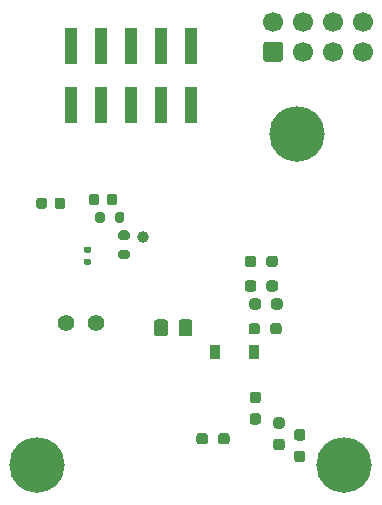
<source format=gbr>
%TF.GenerationSoftware,KiCad,Pcbnew,5.1.12-1.fc35*%
%TF.CreationDate,2022-01-08T17:43:18+00:00*%
%TF.ProjectId,cryosub_power_converter_top_v03,6372796f-7375-4625-9f70-6f7765725f63,rev?*%
%TF.SameCoordinates,Original*%
%TF.FileFunction,Soldermask,Bot*%
%TF.FilePolarity,Negative*%
%FSLAX45Y45*%
G04 Gerber Fmt 4.5, Leading zero omitted, Abs format (unit mm)*
G04 Created by KiCad (PCBNEW 5.1.12-1.fc35) date 2022-01-08 17:43:18*
%MOMM*%
%LPD*%
G01*
G04 APERTURE LIST*
%ADD10C,1.700000*%
%ADD11C,4.700000*%
%ADD12C,1.400000*%
%ADD13C,1.000000*%
%ADD14R,0.900000X1.200000*%
%ADD15R,1.000000X3.150000*%
G04 APERTURE END LIST*
D10*
%TO.C,J1*%
X13162000Y-10346000D03*
X12908000Y-10346000D03*
X12654000Y-10346000D03*
X12400000Y-10346000D03*
X13162000Y-10600000D03*
X12908000Y-10600000D03*
X12654000Y-10600000D03*
G36*
G01*
X12460000Y-10685000D02*
X12340000Y-10685000D01*
G75*
G02*
X12315000Y-10660000I0J25000D01*
G01*
X12315000Y-10540000D01*
G75*
G02*
X12340000Y-10515000I25000J0D01*
G01*
X12460000Y-10515000D01*
G75*
G02*
X12485000Y-10540000I0J-25000D01*
G01*
X12485000Y-10660000D01*
G75*
G02*
X12460000Y-10685000I-25000J0D01*
G01*
G37*
%TD*%
D11*
%TO.C,H3*%
X13000000Y-14100000D03*
%TD*%
%TO.C,H2*%
X12600000Y-11300000D03*
%TD*%
%TO.C,H1*%
X10400000Y-14100000D03*
%TD*%
D12*
%TO.C,TP2*%
X10900000Y-12900000D03*
X10646000Y-12900000D03*
%TD*%
%TO.C,R13*%
G36*
G01*
X10809000Y-12350500D02*
X10846000Y-12350500D01*
G75*
G02*
X10859500Y-12364000I0J-13500D01*
G01*
X10859500Y-12391000D01*
G75*
G02*
X10846000Y-12404500I-13500J0D01*
G01*
X10809000Y-12404500D01*
G75*
G02*
X10795500Y-12391000I0J13500D01*
G01*
X10795500Y-12364000D01*
G75*
G02*
X10809000Y-12350500I13500J0D01*
G01*
G37*
G36*
G01*
X10809000Y-12248500D02*
X10846000Y-12248500D01*
G75*
G02*
X10859500Y-12262000I0J-13500D01*
G01*
X10859500Y-12289000D01*
G75*
G02*
X10846000Y-12302500I-13500J0D01*
G01*
X10809000Y-12302500D01*
G75*
G02*
X10795500Y-12289000I0J13500D01*
G01*
X10795500Y-12262000D01*
G75*
G02*
X10809000Y-12248500I13500J0D01*
G01*
G37*
%TD*%
D13*
%TO.C,TP1*%
X11302500Y-12165000D03*
%TD*%
%TO.C,R12*%
G36*
G01*
X12375000Y-12968750D02*
X12375000Y-12921250D01*
G75*
G02*
X12398750Y-12897500I23750J0D01*
G01*
X12448750Y-12897500D01*
G75*
G02*
X12472500Y-12921250I0J-23750D01*
G01*
X12472500Y-12968750D01*
G75*
G02*
X12448750Y-12992500I-23750J0D01*
G01*
X12398750Y-12992500D01*
G75*
G02*
X12375000Y-12968750I0J23750D01*
G01*
G37*
G36*
G01*
X12192500Y-12968750D02*
X12192500Y-12921250D01*
G75*
G02*
X12216250Y-12897500I23750J0D01*
G01*
X12266250Y-12897500D01*
G75*
G02*
X12290000Y-12921250I0J-23750D01*
G01*
X12290000Y-12968750D01*
G75*
G02*
X12266250Y-12992500I-23750J0D01*
G01*
X12216250Y-12992500D01*
G75*
G02*
X12192500Y-12968750I0J23750D01*
G01*
G37*
%TD*%
%TO.C,R11*%
G36*
G01*
X12297500Y-12711250D02*
X12297500Y-12758750D01*
G75*
G02*
X12273750Y-12782500I-23750J0D01*
G01*
X12223750Y-12782500D01*
G75*
G02*
X12200000Y-12758750I0J23750D01*
G01*
X12200000Y-12711250D01*
G75*
G02*
X12223750Y-12687500I23750J0D01*
G01*
X12273750Y-12687500D01*
G75*
G02*
X12297500Y-12711250I0J-23750D01*
G01*
G37*
G36*
G01*
X12480000Y-12711250D02*
X12480000Y-12758750D01*
G75*
G02*
X12456250Y-12782500I-23750J0D01*
G01*
X12406250Y-12782500D01*
G75*
G02*
X12382500Y-12758750I0J23750D01*
G01*
X12382500Y-12711250D01*
G75*
G02*
X12406250Y-12687500I23750J0D01*
G01*
X12456250Y-12687500D01*
G75*
G02*
X12480000Y-12711250I0J-23750D01*
G01*
G37*
%TD*%
%TO.C,R19*%
G36*
G01*
X12342500Y-12398750D02*
X12342500Y-12351250D01*
G75*
G02*
X12366250Y-12327500I23750J0D01*
G01*
X12416250Y-12327500D01*
G75*
G02*
X12440000Y-12351250I0J-23750D01*
G01*
X12440000Y-12398750D01*
G75*
G02*
X12416250Y-12422500I-23750J0D01*
G01*
X12366250Y-12422500D01*
G75*
G02*
X12342500Y-12398750I0J23750D01*
G01*
G37*
G36*
G01*
X12160000Y-12398750D02*
X12160000Y-12351250D01*
G75*
G02*
X12183750Y-12327500I23750J0D01*
G01*
X12233750Y-12327500D01*
G75*
G02*
X12257500Y-12351250I0J-23750D01*
G01*
X12257500Y-12398750D01*
G75*
G02*
X12233750Y-12422500I-23750J0D01*
G01*
X12183750Y-12422500D01*
G75*
G02*
X12160000Y-12398750I0J23750D01*
G01*
G37*
%TD*%
%TO.C,R18*%
G36*
G01*
X12257500Y-12558750D02*
X12257500Y-12606250D01*
G75*
G02*
X12233750Y-12630000I-23750J0D01*
G01*
X12183750Y-12630000D01*
G75*
G02*
X12160000Y-12606250I0J23750D01*
G01*
X12160000Y-12558750D01*
G75*
G02*
X12183750Y-12535000I23750J0D01*
G01*
X12233750Y-12535000D01*
G75*
G02*
X12257500Y-12558750I0J-23750D01*
G01*
G37*
G36*
G01*
X12440000Y-12558750D02*
X12440000Y-12606250D01*
G75*
G02*
X12416250Y-12630000I-23750J0D01*
G01*
X12366250Y-12630000D01*
G75*
G02*
X12342500Y-12606250I0J23750D01*
G01*
X12342500Y-12558750D01*
G75*
G02*
X12366250Y-12535000I23750J0D01*
G01*
X12416250Y-12535000D01*
G75*
G02*
X12440000Y-12558750I0J-23750D01*
G01*
G37*
%TD*%
%TO.C,R17*%
G36*
G01*
X11060000Y-12030000D02*
X11060000Y-11975000D01*
G75*
G02*
X11080000Y-11955000I20000J0D01*
G01*
X11120000Y-11955000D01*
G75*
G02*
X11140000Y-11975000I0J-20000D01*
G01*
X11140000Y-12030000D01*
G75*
G02*
X11120000Y-12050000I-20000J0D01*
G01*
X11080000Y-12050000D01*
G75*
G02*
X11060000Y-12030000I0J20000D01*
G01*
G37*
G36*
G01*
X10895000Y-12030000D02*
X10895000Y-11975000D01*
G75*
G02*
X10915000Y-11955000I20000J0D01*
G01*
X10955000Y-11955000D01*
G75*
G02*
X10975000Y-11975000I0J-20000D01*
G01*
X10975000Y-12030000D01*
G75*
G02*
X10955000Y-12050000I-20000J0D01*
G01*
X10915000Y-12050000D01*
G75*
G02*
X10895000Y-12030000I0J20000D01*
G01*
G37*
%TD*%
%TO.C,R15*%
G36*
G01*
X11110000Y-12277500D02*
X11165000Y-12277500D01*
G75*
G02*
X11185000Y-12297500I0J-20000D01*
G01*
X11185000Y-12337500D01*
G75*
G02*
X11165000Y-12357500I-20000J0D01*
G01*
X11110000Y-12357500D01*
G75*
G02*
X11090000Y-12337500I0J20000D01*
G01*
X11090000Y-12297500D01*
G75*
G02*
X11110000Y-12277500I20000J0D01*
G01*
G37*
G36*
G01*
X11110000Y-12112500D02*
X11165000Y-12112500D01*
G75*
G02*
X11185000Y-12132500I0J-20000D01*
G01*
X11185000Y-12172500D01*
G75*
G02*
X11165000Y-12192500I-20000J0D01*
G01*
X11110000Y-12192500D01*
G75*
G02*
X11090000Y-12172500I0J20000D01*
G01*
X11090000Y-12132500D01*
G75*
G02*
X11110000Y-12112500I20000J0D01*
G01*
G37*
%TD*%
D14*
%TO.C,D2*%
X12240000Y-13142500D03*
X11910000Y-13142500D03*
%TD*%
%TO.C,C13*%
G36*
G01*
X10992500Y-11875000D02*
X10992500Y-11825000D01*
G75*
G02*
X11015000Y-11802500I22500J0D01*
G01*
X11060000Y-11802500D01*
G75*
G02*
X11082500Y-11825000I0J-22500D01*
G01*
X11082500Y-11875000D01*
G75*
G02*
X11060000Y-11897500I-22500J0D01*
G01*
X11015000Y-11897500D01*
G75*
G02*
X10992500Y-11875000I0J22500D01*
G01*
G37*
G36*
G01*
X10837500Y-11875000D02*
X10837500Y-11825000D01*
G75*
G02*
X10860000Y-11802500I22500J0D01*
G01*
X10905000Y-11802500D01*
G75*
G02*
X10927500Y-11825000I0J-22500D01*
G01*
X10927500Y-11875000D01*
G75*
G02*
X10905000Y-11897500I-22500J0D01*
G01*
X10860000Y-11897500D01*
G75*
G02*
X10837500Y-11875000I0J22500D01*
G01*
G37*
%TD*%
%TO.C,C11*%
G36*
G01*
X10550000Y-11907500D02*
X10550000Y-11857500D01*
G75*
G02*
X10572500Y-11835000I22500J0D01*
G01*
X10617500Y-11835000D01*
G75*
G02*
X10640000Y-11857500I0J-22500D01*
G01*
X10640000Y-11907500D01*
G75*
G02*
X10617500Y-11930000I-22500J0D01*
G01*
X10572500Y-11930000D01*
G75*
G02*
X10550000Y-11907500I0J22500D01*
G01*
G37*
G36*
G01*
X10395000Y-11907500D02*
X10395000Y-11857500D01*
G75*
G02*
X10417500Y-11835000I22500J0D01*
G01*
X10462500Y-11835000D01*
G75*
G02*
X10485000Y-11857500I0J-22500D01*
G01*
X10485000Y-11907500D01*
G75*
G02*
X10462500Y-11930000I-22500J0D01*
G01*
X10417500Y-11930000D01*
G75*
G02*
X10395000Y-11907500I0J22500D01*
G01*
G37*
%TD*%
%TO.C,C7*%
G36*
G01*
X11600000Y-12985000D02*
X11600000Y-12890000D01*
G75*
G02*
X11625000Y-12865000I25000J0D01*
G01*
X11692500Y-12865000D01*
G75*
G02*
X11717500Y-12890000I0J-25000D01*
G01*
X11717500Y-12985000D01*
G75*
G02*
X11692500Y-13010000I-25000J0D01*
G01*
X11625000Y-13010000D01*
G75*
G02*
X11600000Y-12985000I0J25000D01*
G01*
G37*
G36*
G01*
X11392500Y-12985000D02*
X11392500Y-12890000D01*
G75*
G02*
X11417500Y-12865000I25000J0D01*
G01*
X11485000Y-12865000D01*
G75*
G02*
X11510000Y-12890000I0J-25000D01*
G01*
X11510000Y-12985000D01*
G75*
G02*
X11485000Y-13010000I-25000J0D01*
G01*
X11417500Y-13010000D01*
G75*
G02*
X11392500Y-12985000I0J25000D01*
G01*
G37*
%TD*%
D15*
%TO.C,J2*%
X11708000Y-11052500D03*
X11708000Y-10547500D03*
X11454000Y-11052500D03*
X11454000Y-10547500D03*
X11200000Y-11052500D03*
X11200000Y-10547500D03*
X10946000Y-11052500D03*
X10946000Y-10547500D03*
X10692000Y-11052500D03*
X10692000Y-10547500D03*
%TD*%
%TO.C,R4*%
G36*
G01*
X12426250Y-13876250D02*
X12473750Y-13876250D01*
G75*
G02*
X12497500Y-13900000I0J-23750D01*
G01*
X12497500Y-13950000D01*
G75*
G02*
X12473750Y-13973750I-23750J0D01*
G01*
X12426250Y-13973750D01*
G75*
G02*
X12402500Y-13950000I0J23750D01*
G01*
X12402500Y-13900000D01*
G75*
G02*
X12426250Y-13876250I23750J0D01*
G01*
G37*
G36*
G01*
X12426250Y-13693750D02*
X12473750Y-13693750D01*
G75*
G02*
X12497500Y-13717500I0J-23750D01*
G01*
X12497500Y-13767500D01*
G75*
G02*
X12473750Y-13791250I-23750J0D01*
G01*
X12426250Y-13791250D01*
G75*
G02*
X12402500Y-13767500I0J23750D01*
G01*
X12402500Y-13717500D01*
G75*
G02*
X12426250Y-13693750I23750J0D01*
G01*
G37*
%TD*%
%TO.C,R5*%
G36*
G01*
X11933750Y-13898750D02*
X11933750Y-13851250D01*
G75*
G02*
X11957500Y-13827500I23750J0D01*
G01*
X12007500Y-13827500D01*
G75*
G02*
X12031250Y-13851250I0J-23750D01*
G01*
X12031250Y-13898750D01*
G75*
G02*
X12007500Y-13922500I-23750J0D01*
G01*
X11957500Y-13922500D01*
G75*
G02*
X11933750Y-13898750I0J23750D01*
G01*
G37*
G36*
G01*
X11751250Y-13898750D02*
X11751250Y-13851250D01*
G75*
G02*
X11775000Y-13827500I23750J0D01*
G01*
X11825000Y-13827500D01*
G75*
G02*
X11848750Y-13851250I0J-23750D01*
G01*
X11848750Y-13898750D01*
G75*
G02*
X11825000Y-13922500I-23750J0D01*
G01*
X11775000Y-13922500D01*
G75*
G02*
X11751250Y-13898750I0J23750D01*
G01*
G37*
%TD*%
%TO.C,R6*%
G36*
G01*
X12226250Y-13658750D02*
X12273750Y-13658750D01*
G75*
G02*
X12297500Y-13682500I0J-23750D01*
G01*
X12297500Y-13732500D01*
G75*
G02*
X12273750Y-13756250I-23750J0D01*
G01*
X12226250Y-13756250D01*
G75*
G02*
X12202500Y-13732500I0J23750D01*
G01*
X12202500Y-13682500D01*
G75*
G02*
X12226250Y-13658750I23750J0D01*
G01*
G37*
G36*
G01*
X12226250Y-13476250D02*
X12273750Y-13476250D01*
G75*
G02*
X12297500Y-13500000I0J-23750D01*
G01*
X12297500Y-13550000D01*
G75*
G02*
X12273750Y-13573750I-23750J0D01*
G01*
X12226250Y-13573750D01*
G75*
G02*
X12202500Y-13550000I0J23750D01*
G01*
X12202500Y-13500000D01*
G75*
G02*
X12226250Y-13476250I23750J0D01*
G01*
G37*
%TD*%
%TO.C,R8*%
G36*
G01*
X12648750Y-14073750D02*
X12601250Y-14073750D01*
G75*
G02*
X12577500Y-14050000I0J23750D01*
G01*
X12577500Y-14000000D01*
G75*
G02*
X12601250Y-13976250I23750J0D01*
G01*
X12648750Y-13976250D01*
G75*
G02*
X12672500Y-14000000I0J-23750D01*
G01*
X12672500Y-14050000D01*
G75*
G02*
X12648750Y-14073750I-23750J0D01*
G01*
G37*
G36*
G01*
X12648750Y-13891250D02*
X12601250Y-13891250D01*
G75*
G02*
X12577500Y-13867500I0J23750D01*
G01*
X12577500Y-13817500D01*
G75*
G02*
X12601250Y-13793750I23750J0D01*
G01*
X12648750Y-13793750D01*
G75*
G02*
X12672500Y-13817500I0J-23750D01*
G01*
X12672500Y-13867500D01*
G75*
G02*
X12648750Y-13891250I-23750J0D01*
G01*
G37*
%TD*%
M02*

</source>
